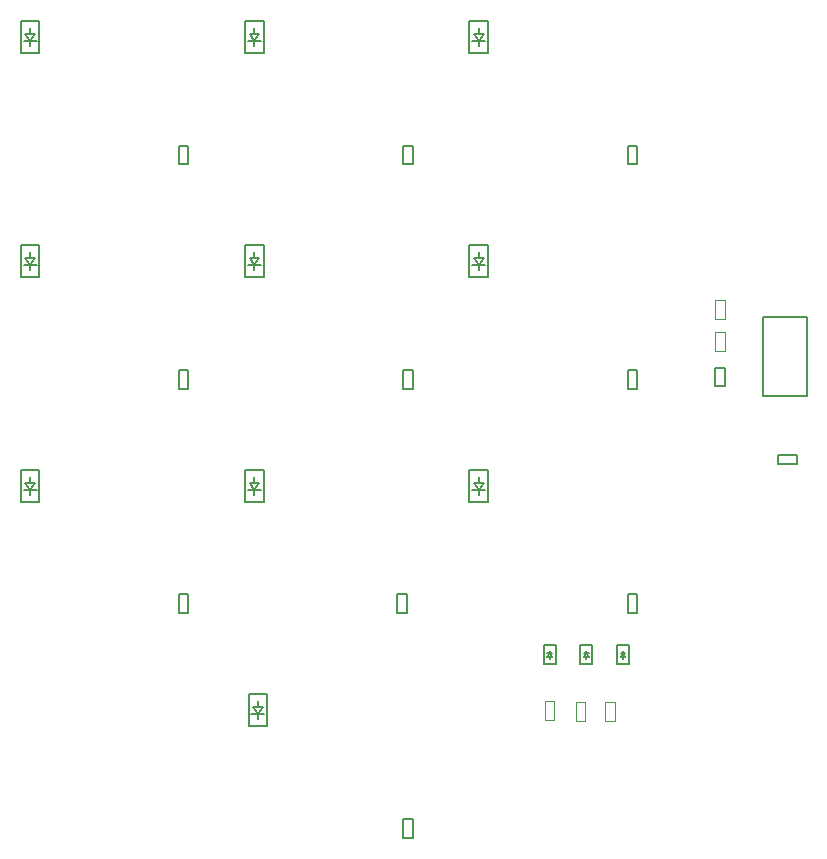
<source format=gbr>
G04 #@! TF.FileFunction,Other,Fab,Top*
%FSLAX46Y46*%
G04 Gerber Fmt 4.6, Leading zero omitted, Abs format (unit mm)*
G04 Created by KiCad (PCBNEW 4.0.5-e0-6337~49~ubuntu16.04.1) date Thu Dec 29 17:38:52 2016*
%MOMM*%
%LPD*%
G01*
G04 APERTURE LIST*
%ADD10C,0.100000*%
%ADD11C,0.150000*%
G04 APERTURE END LIST*
D10*
D11*
X135700000Y-66600000D02*
X134900000Y-66600000D01*
X135700000Y-65000000D02*
X135700000Y-66600000D01*
X134900000Y-65000000D02*
X135700000Y-65000000D01*
X134900000Y-66600000D02*
X134900000Y-65000000D01*
X154700000Y-66600000D02*
X153900000Y-66600000D01*
X154700000Y-65000000D02*
X154700000Y-66600000D01*
X153900000Y-65000000D02*
X154700000Y-65000000D01*
X153900000Y-66600000D02*
X153900000Y-65000000D01*
X173700000Y-66600000D02*
X172900000Y-66600000D01*
X173700000Y-65000000D02*
X173700000Y-66600000D01*
X172900000Y-65000000D02*
X173700000Y-65000000D01*
X172900000Y-66600000D02*
X172900000Y-65000000D01*
X135700000Y-85600000D02*
X134900000Y-85600000D01*
X135700000Y-84000000D02*
X135700000Y-85600000D01*
X134900000Y-84000000D02*
X135700000Y-84000000D01*
X134900000Y-85600000D02*
X134900000Y-84000000D01*
X154700000Y-85600000D02*
X153900000Y-85600000D01*
X154700000Y-84000000D02*
X154700000Y-85600000D01*
X153900000Y-84000000D02*
X154700000Y-84000000D01*
X153900000Y-85600000D02*
X153900000Y-84000000D01*
X173700000Y-85600000D02*
X172900000Y-85600000D01*
X173700000Y-84000000D02*
X173700000Y-85600000D01*
X172900000Y-84000000D02*
X173700000Y-84000000D01*
X172900000Y-85600000D02*
X172900000Y-84000000D01*
X135700000Y-104600000D02*
X134900000Y-104600000D01*
X135700000Y-103000000D02*
X135700000Y-104600000D01*
X134900000Y-103000000D02*
X135700000Y-103000000D01*
X134900000Y-104600000D02*
X134900000Y-103000000D01*
X154200000Y-104600000D02*
X153400000Y-104600000D01*
X154200000Y-103000000D02*
X154200000Y-104600000D01*
X153400000Y-103000000D02*
X154200000Y-103000000D01*
X153400000Y-104600000D02*
X153400000Y-103000000D01*
X173700000Y-104600000D02*
X172900000Y-104600000D01*
X173700000Y-103000000D02*
X173700000Y-104600000D01*
X172900000Y-103000000D02*
X173700000Y-103000000D01*
X172900000Y-104600000D02*
X172900000Y-103000000D01*
X122300000Y-55550000D02*
X122300000Y-55050000D01*
X122700000Y-55550000D02*
X122300000Y-56150000D01*
X121900000Y-55550000D02*
X122700000Y-55550000D01*
X122300000Y-56150000D02*
X121900000Y-55550000D01*
X122300000Y-56150000D02*
X122850000Y-56150000D01*
X122300000Y-56150000D02*
X121750000Y-56150000D01*
X122300000Y-56550000D02*
X122300000Y-56150000D01*
X123100000Y-57150000D02*
X121500000Y-57150000D01*
X123100000Y-54450000D02*
X123100000Y-57150000D01*
X121500000Y-54450000D02*
X123100000Y-54450000D01*
X121500000Y-57150000D02*
X121500000Y-54450000D01*
X122300000Y-74550000D02*
X122300000Y-74050000D01*
X122700000Y-74550000D02*
X122300000Y-75150000D01*
X121900000Y-74550000D02*
X122700000Y-74550000D01*
X122300000Y-75150000D02*
X121900000Y-74550000D01*
X122300000Y-75150000D02*
X122850000Y-75150000D01*
X122300000Y-75150000D02*
X121750000Y-75150000D01*
X122300000Y-75550000D02*
X122300000Y-75150000D01*
X123100000Y-76150000D02*
X121500000Y-76150000D01*
X123100000Y-73450000D02*
X123100000Y-76150000D01*
X121500000Y-73450000D02*
X123100000Y-73450000D01*
X121500000Y-76150000D02*
X121500000Y-73450000D01*
X122300000Y-93550000D02*
X122300000Y-93050000D01*
X122700000Y-93550000D02*
X122300000Y-94150000D01*
X121900000Y-93550000D02*
X122700000Y-93550000D01*
X122300000Y-94150000D02*
X121900000Y-93550000D01*
X122300000Y-94150000D02*
X122850000Y-94150000D01*
X122300000Y-94150000D02*
X121750000Y-94150000D01*
X122300000Y-94550000D02*
X122300000Y-94150000D01*
X123100000Y-95150000D02*
X121500000Y-95150000D01*
X123100000Y-92450000D02*
X123100000Y-95150000D01*
X121500000Y-92450000D02*
X123100000Y-92450000D01*
X121500000Y-95150000D02*
X121500000Y-92450000D01*
X141300000Y-55550000D02*
X141300000Y-55050000D01*
X141700000Y-55550000D02*
X141300000Y-56150000D01*
X140900000Y-55550000D02*
X141700000Y-55550000D01*
X141300000Y-56150000D02*
X140900000Y-55550000D01*
X141300000Y-56150000D02*
X141850000Y-56150000D01*
X141300000Y-56150000D02*
X140750000Y-56150000D01*
X141300000Y-56550000D02*
X141300000Y-56150000D01*
X142100000Y-57150000D02*
X140500000Y-57150000D01*
X142100000Y-54450000D02*
X142100000Y-57150000D01*
X140500000Y-54450000D02*
X142100000Y-54450000D01*
X140500000Y-57150000D02*
X140500000Y-54450000D01*
X141300000Y-74550000D02*
X141300000Y-74050000D01*
X141700000Y-74550000D02*
X141300000Y-75150000D01*
X140900000Y-74550000D02*
X141700000Y-74550000D01*
X141300000Y-75150000D02*
X140900000Y-74550000D01*
X141300000Y-75150000D02*
X141850000Y-75150000D01*
X141300000Y-75150000D02*
X140750000Y-75150000D01*
X141300000Y-75550000D02*
X141300000Y-75150000D01*
X142100000Y-76150000D02*
X140500000Y-76150000D01*
X142100000Y-73450000D02*
X142100000Y-76150000D01*
X140500000Y-73450000D02*
X142100000Y-73450000D01*
X140500000Y-76150000D02*
X140500000Y-73450000D01*
X141300000Y-93550000D02*
X141300000Y-93050000D01*
X141700000Y-93550000D02*
X141300000Y-94150000D01*
X140900000Y-93550000D02*
X141700000Y-93550000D01*
X141300000Y-94150000D02*
X140900000Y-93550000D01*
X141300000Y-94150000D02*
X141850000Y-94150000D01*
X141300000Y-94150000D02*
X140750000Y-94150000D01*
X141300000Y-94550000D02*
X141300000Y-94150000D01*
X142100000Y-95150000D02*
X140500000Y-95150000D01*
X142100000Y-92450000D02*
X142100000Y-95150000D01*
X140500000Y-92450000D02*
X142100000Y-92450000D01*
X140500000Y-95150000D02*
X140500000Y-92450000D01*
X160300000Y-55550000D02*
X160300000Y-55050000D01*
X160700000Y-55550000D02*
X160300000Y-56150000D01*
X159900000Y-55550000D02*
X160700000Y-55550000D01*
X160300000Y-56150000D02*
X159900000Y-55550000D01*
X160300000Y-56150000D02*
X160850000Y-56150000D01*
X160300000Y-56150000D02*
X159750000Y-56150000D01*
X160300000Y-56550000D02*
X160300000Y-56150000D01*
X161100000Y-57150000D02*
X159500000Y-57150000D01*
X161100000Y-54450000D02*
X161100000Y-57150000D01*
X159500000Y-54450000D02*
X161100000Y-54450000D01*
X159500000Y-57150000D02*
X159500000Y-54450000D01*
X160300000Y-74550000D02*
X160300000Y-74050000D01*
X160700000Y-74550000D02*
X160300000Y-75150000D01*
X159900000Y-74550000D02*
X160700000Y-74550000D01*
X160300000Y-75150000D02*
X159900000Y-74550000D01*
X160300000Y-75150000D02*
X160850000Y-75150000D01*
X160300000Y-75150000D02*
X159750000Y-75150000D01*
X160300000Y-75550000D02*
X160300000Y-75150000D01*
X161100000Y-76150000D02*
X159500000Y-76150000D01*
X161100000Y-73450000D02*
X161100000Y-76150000D01*
X159500000Y-73450000D02*
X161100000Y-73450000D01*
X159500000Y-76150000D02*
X159500000Y-73450000D01*
X160300000Y-93550000D02*
X160300000Y-93050000D01*
X160700000Y-93550000D02*
X160300000Y-94150000D01*
X159900000Y-93550000D02*
X160700000Y-93550000D01*
X160300000Y-94150000D02*
X159900000Y-93550000D01*
X160300000Y-94150000D02*
X160850000Y-94150000D01*
X160300000Y-94150000D02*
X159750000Y-94150000D01*
X160300000Y-94550000D02*
X160300000Y-94150000D01*
X161100000Y-95150000D02*
X159500000Y-95150000D01*
X161100000Y-92450000D02*
X161100000Y-95150000D01*
X159500000Y-92450000D02*
X161100000Y-92450000D01*
X159500000Y-95150000D02*
X159500000Y-92450000D01*
X166300000Y-108300000D02*
X166300000Y-108500000D01*
X166300000Y-108000000D02*
X166300000Y-107800000D01*
X166500000Y-108000000D02*
X166100000Y-108000000D01*
X166100000Y-108300000D02*
X166500000Y-108300000D01*
X166300000Y-108000000D02*
X166100000Y-108300000D01*
X166500000Y-108300000D02*
X166300000Y-108000000D01*
X165800000Y-107300000D02*
X166800000Y-107300000D01*
X165800000Y-108900000D02*
X165800000Y-107300000D01*
X166800000Y-108900000D02*
X165800000Y-108900000D01*
X166800000Y-107300000D02*
X166800000Y-108900000D01*
X169400000Y-108300000D02*
X169400000Y-108500000D01*
X169400000Y-108000000D02*
X169400000Y-107800000D01*
X169600000Y-108000000D02*
X169200000Y-108000000D01*
X169200000Y-108300000D02*
X169600000Y-108300000D01*
X169400000Y-108000000D02*
X169200000Y-108300000D01*
X169600000Y-108300000D02*
X169400000Y-108000000D01*
X168900000Y-107300000D02*
X169900000Y-107300000D01*
X168900000Y-108900000D02*
X168900000Y-107300000D01*
X169900000Y-108900000D02*
X168900000Y-108900000D01*
X169900000Y-107300000D02*
X169900000Y-108900000D01*
X172500000Y-108300000D02*
X172500000Y-108500000D01*
X172500000Y-108000000D02*
X172500000Y-107800000D01*
X172700000Y-108000000D02*
X172300000Y-108000000D01*
X172300000Y-108300000D02*
X172700000Y-108300000D01*
X172500000Y-108000000D02*
X172300000Y-108300000D01*
X172700000Y-108300000D02*
X172500000Y-108000000D01*
X172000000Y-107300000D02*
X173000000Y-107300000D01*
X172000000Y-108900000D02*
X172000000Y-107300000D01*
X173000000Y-108900000D02*
X172000000Y-108900000D01*
X173000000Y-107300000D02*
X173000000Y-108900000D01*
D10*
X166700000Y-113600000D02*
X165900000Y-113600000D01*
X166700000Y-112000000D02*
X166700000Y-113600000D01*
X165900000Y-112000000D02*
X166700000Y-112000000D01*
X165900000Y-113600000D02*
X165900000Y-112000000D01*
X169300000Y-113700000D02*
X168500000Y-113700000D01*
X169300000Y-112100000D02*
X169300000Y-113700000D01*
X168500000Y-112100000D02*
X169300000Y-112100000D01*
X168500000Y-113700000D02*
X168500000Y-112100000D01*
X171800000Y-113700000D02*
X171000000Y-113700000D01*
X171800000Y-112100000D02*
X171800000Y-113700000D01*
X171000000Y-112100000D02*
X171800000Y-112100000D01*
X171000000Y-113700000D02*
X171000000Y-112100000D01*
D11*
X154700000Y-123600000D02*
X153900000Y-123600000D01*
X154700000Y-122000000D02*
X154700000Y-123600000D01*
X153900000Y-122000000D02*
X154700000Y-122000000D01*
X153900000Y-123600000D02*
X153900000Y-122000000D01*
X141600000Y-112550000D02*
X141600000Y-112050000D01*
X142000000Y-112550000D02*
X141600000Y-113150000D01*
X141200000Y-112550000D02*
X142000000Y-112550000D01*
X141600000Y-113150000D02*
X141200000Y-112550000D01*
X141600000Y-113150000D02*
X142150000Y-113150000D01*
X141600000Y-113150000D02*
X141050000Y-113150000D01*
X141600000Y-113550000D02*
X141600000Y-113150000D01*
X142400000Y-114150000D02*
X140800000Y-114150000D01*
X142400000Y-111450000D02*
X142400000Y-114150000D01*
X140800000Y-111450000D02*
X142400000Y-111450000D01*
X140800000Y-114150000D02*
X140800000Y-111450000D01*
X187250000Y-91200000D02*
X187250000Y-92000000D01*
X185650000Y-91200000D02*
X187250000Y-91200000D01*
X185650000Y-92000000D02*
X185650000Y-91200000D01*
X187250000Y-92000000D02*
X185650000Y-92000000D01*
X180300000Y-83800000D02*
X181100000Y-83800000D01*
X180300000Y-85400000D02*
X180300000Y-83800000D01*
X181100000Y-85400000D02*
X180300000Y-85400000D01*
X181100000Y-83800000D02*
X181100000Y-85400000D01*
X184350000Y-79500000D02*
X184350000Y-86200000D01*
X184350000Y-79500000D02*
X188050000Y-79500000D01*
X184350000Y-86200000D02*
X188050000Y-86200000D01*
X188050000Y-79500000D02*
X188050000Y-86200000D01*
D10*
X181100000Y-82400000D02*
X180300000Y-82400000D01*
X181100000Y-80800000D02*
X181100000Y-82400000D01*
X180300000Y-80800000D02*
X181100000Y-80800000D01*
X180300000Y-82400000D02*
X180300000Y-80800000D01*
X181100000Y-79650000D02*
X180300000Y-79650000D01*
X181100000Y-78050000D02*
X181100000Y-79650000D01*
X180300000Y-78050000D02*
X181100000Y-78050000D01*
X180300000Y-79650000D02*
X180300000Y-78050000D01*
M02*

</source>
